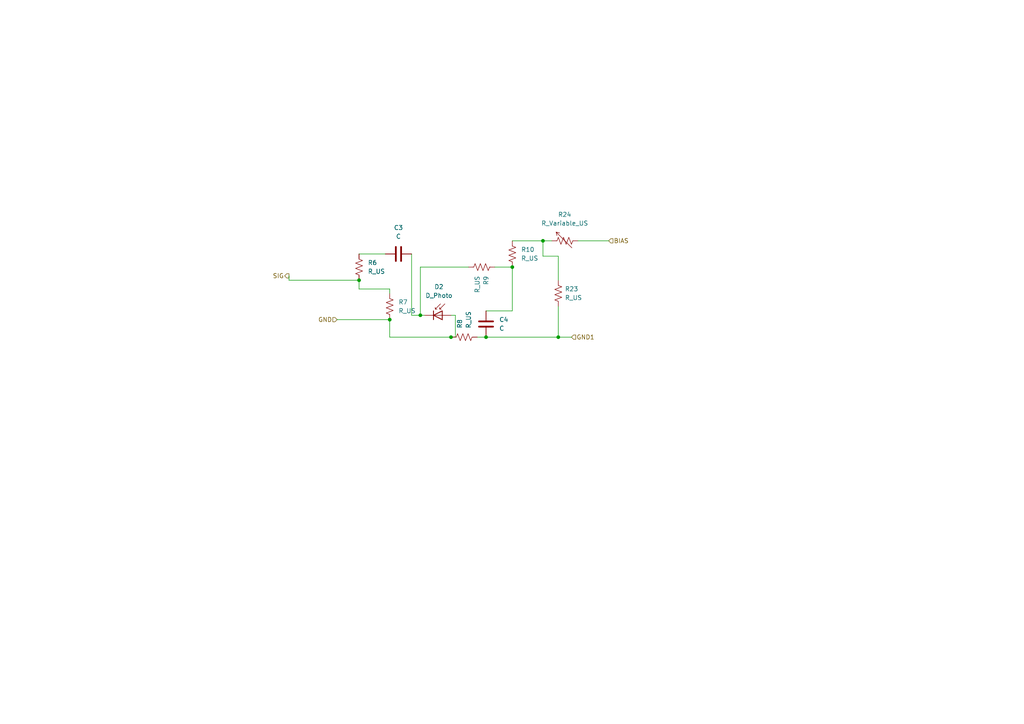
<source format=kicad_sch>
(kicad_sch (version 20211123) (generator eeschema)
  (paper "A4")
  (lib_symbols
    (symbol "Device:C" (pin_numbers hide) (pin_names (offset 0.254))
      (property "Reference" "C" (at 0.635 2.54 0))
      (property "Value" "C" (at 0.635 -2.54 0))
      (symbol "C_0_1"
        (polyline (pts (xy -2.032 -0.762) (xy 2.032 -0.762)) (stroke (width 0.508)))
        (polyline (pts (xy -2.032 0.762) (xy 2.032 0.762)) (stroke (width 0.508)))
      )
      (symbol "C_1_1"
        (pin passive line (at 0 3.81 270) (length 2.794) (name "~") (number "1"))
        (pin passive line (at 0 -3.81 90) (length 2.794) (name "~") (number "2"))
      )
    )
    (symbol "Device:D_Photo" (pin_numbers hide) (pin_names hide)
      (property "Reference" "D" (at 0.508 1.778 0))
      (property "Value" "D_Photo" (at -1.016 -2.794 0))
      (symbol "D_Photo_0_1"
        (polyline (pts (xy -2.54 1.27) (xy -2.54 -1.27)) (stroke (width 0.254)))
        (polyline (pts (xy -2.032 1.778) (xy -1.524 1.778)))
        (polyline (pts (xy 0 0) (xy -2.54 0)))
        (polyline (pts (xy -0.508 3.302) (xy -2.032 1.778) (xy -2.032 2.286)))
        (polyline (pts (xy 0 -1.27) (xy 0 1.27) (xy -2.54 0) (xy 0 -1.27)) (stroke (width 0.254)))
        (polyline (pts (xy 0.762 3.302) (xy -0.762 1.778) (xy -0.762 2.286) (xy -0.762 1.778) (xy -0.254 1.778)))
      )
      (symbol "D_Photo_1_1"
        (pin passive line (at -5.08 0 0) (length 2.54) (name "K") (number "1"))
        (pin passive line (at 2.54 0 180) (length 2.54) (name "A") (number "2"))
      )
    )
    (symbol "Device:R_US" (pin_numbers hide) (pin_names (offset 0))
      (property "Reference" "R" (at 2.54 0 90))
      (property "Value" "R_US" (at -2.54 0 90))
      (symbol "R_US_0_1"
        (polyline (pts (xy 0 -2.286) (xy 0 -2.54)))
        (polyline (pts (xy 0 2.286) (xy 0 2.54)))
        (polyline (pts (xy 0 -0.762) (xy 1.016 -1.143) (xy 0 -1.524) (xy -1.016 -1.905) (xy 0 -2.286)))
        (polyline (pts (xy 0 0.762) (xy 1.016 0.381) (xy 0 0) (xy -1.016 -0.381) (xy 0 -0.762)))
        (polyline (pts (xy 0 2.286) (xy 1.016 1.905) (xy 0 1.524) (xy -1.016 1.143) (xy 0 0.762)))
      )
      (symbol "R_US_1_1"
        (pin passive line (at 0 3.81 270) (length 1.27) (name "~") (number "1"))
        (pin passive line (at 0 -3.81 90) (length 1.27) (name "~") (number "2"))
      )
    )
    (symbol "Device:R_Variable_US" (pin_numbers hide) (pin_names (offset 0))
      (property "Reference" "R" (at 2.54 -2.54 90))
      (property "Value" "R_Variable_US" (at -2.54 -1.27 90))
      (symbol "R_Variable_US_0_1"
        (polyline (pts (xy 0 -2.286) (xy 0 -2.54)))
        (polyline (pts (xy 0 2.286) (xy 0 2.54)))
        (polyline (pts (xy 0 -0.762) (xy 1.016 -1.143) (xy 0 -1.524) (xy -1.016 -1.905) (xy 0 -2.286)))
        (polyline (pts (xy 0 0.762) (xy 1.016 0.381) (xy 0 0) (xy -1.016 -0.381) (xy 0 -0.762)))
        (polyline (pts (xy 0 2.286) (xy 1.016 1.905) (xy 0 1.524) (xy -1.016 1.143) (xy 0 0.762)) (stroke (width 0.1524)))
        (polyline (pts (xy 2.286 1.524) (xy 2.54 2.54) (xy 1.524 2.286) (xy 2.54 2.54) (xy -2.032 -2.032)) (stroke (width 0.1524)))
      )
      (symbol "R_Variable_US_1_1"
        (pin passive line (at 0 3.81 270) (length 1.27) (name "~") (number "1"))
        (pin passive line (at 0 -3.81 90) (length 1.27) (name "~") (number "2"))
      )
    )
  )
  (junction (at 161.925 97.79))
  (junction (at 148.59 77.47))
  (junction (at 113.03 92.71))
  (junction (at 121.92 91.44))
  (junction (at 104.14 81.28))
  (junction (at 130.81 97.79))
  (junction (at 157.48 69.85))
  (junction (at 140.97 97.79))
  (wire (pts (xy 113.03 83.82) (xy 104.14 83.82)))
  (wire (pts (xy 148.59 90.17) (xy 148.59 77.47)))
  (wire (pts (xy 157.48 74.295) (xy 157.48 69.85)))
  (wire (pts (xy 132.08 91.44) (xy 132.08 97.79)))
  (wire (pts (xy 167.64 69.85) (xy 176.53 69.85)))
  (wire (pts (xy 121.92 91.44) (xy 123.19 91.44)))
  (wire (pts (xy 140.97 97.79) (xy 161.925 97.79)))
  (wire (pts (xy 121.92 77.47) (xy 121.92 91.44)))
  (wire (pts (xy 157.48 69.85) (xy 160.02 69.85)))
  (wire (pts (xy 130.81 97.79) (xy 132.08 97.79)))
  (wire (pts (xy 130.81 91.44) (xy 132.08 91.44)))
  (wire (pts (xy 113.03 83.82) (xy 113.03 85.09)))
  (wire (pts (xy 161.925 81.28) (xy 161.925 74.295)))
  (wire (pts (xy 161.925 88.9) (xy 161.925 97.79)))
  (wire (pts (xy 161.925 74.295) (xy 157.48 74.295)))
  (wire (pts (xy 104.14 81.28) (xy 104.14 83.82)))
  (wire (pts (xy 148.59 69.85) (xy 157.48 69.85)))
  (wire (pts (xy 140.97 90.17) (xy 148.59 90.17)))
  (wire (pts (xy 97.79 92.71) (xy 113.03 92.71)))
  (wire (pts (xy 119.38 73.66) (xy 119.38 91.44)))
  (wire (pts (xy 143.51 77.47) (xy 148.59 77.47)))
  (wire (pts (xy 113.03 92.71) (xy 113.03 97.79)))
  (wire (pts (xy 161.925 97.79) (xy 165.735 97.79)))
  (wire (pts (xy 138.43 97.79) (xy 140.97 97.79)))
  (wire (pts (xy 104.14 81.28) (xy 83.82 81.28)))
  (wire (pts (xy 83.82 81.28) (xy 83.82 80.01)))
  (wire (pts (xy 104.14 73.66) (xy 111.76 73.66)))
  (wire (pts (xy 121.92 77.47) (xy 135.89 77.47)))
  (wire (pts (xy 119.38 91.44) (xy 121.92 91.44)))
  (wire (pts (xy 113.03 97.79) (xy 130.81 97.79)))
  (hierarchical_label "GND" (shape input) (at 97.79 92.71 180))
  (hierarchical_label "BIAS" (shape input) (at 176.53 69.85 0))
  (hierarchical_label "SIG" (shape output) (at 83.82 80.01 180))
  (hierarchical_label "GND1" (shape input) (at 165.735 97.79 0))
  (symbol (lib_id "Device:R_US") (at 139.7 77.47 270) (unit 1)
    (property "Reference" "R9" (at 140.9701 80.01 0) (effects (justify left)))
    (property "Value" "R_US" (at 138.4301 80.01 0) (effects (justify left)))
    (property "Footprint" "Resistor_SMD:R_0402_1005Metric" (effects hide))
  )
  (symbol (lib_id "Device:C") (at 115.57 73.66 90) (unit 1)
    (property "Reference" "C3" (at 115.57 66.04 90))
    (property "Value" "C" (at 115.57 68.58 90))
    (property "Footprint" "Capacitor_SMD:C_1812_4532Metric_Pad1.57x3.40mm_HandSolder" (effects hide))
  )
  (symbol (lib_id "Device:D_Photo") (at 128.27 91.44 0) (unit 1)
    (property "Reference" "D2" (at 127.3175 83.185 0))
    (property "Value" "D_Photo" (at 127.3175 85.725 0))
    (property "Footprint" "OptoDevice:S13370-6075CN" (effects hide))
  )
  (symbol (lib_id "Device:R_US") (at 104.14 77.47 0) (unit 1)
    (property "Reference" "R6" (at 106.68 76.1999 0) (effects (justify left)))
    (property "Value" "R_US" (at 106.68 78.7399 0) (effects (justify left)))
    (property "Footprint" "Resistor_SMD:R_0402_1005Metric" (effects hide))
  )
  (symbol (lib_id "Device:R_Variable_US") (at 163.83 69.85 90) (unit 1)
    (property "Reference" "R24" (at 163.7919 62.23 90))
    (property "Value" "R_Variable_US" (at 163.7919 64.77 90))
    (property "Footprint" "Potentiometer_SMD:Potentiometer_Bourns_3214G_Horizontal" (effects hide))
  )
  (symbol (lib_id "Device:R_US") (at 113.03 88.9 0) (unit 1)
    (property "Reference" "R7" (at 115.57 87.6299 0) (effects (justify left)))
    (property "Value" "R_US" (at 115.57 90.1699 0) (effects (justify left)))
    (property "Footprint" "Resistor_SMD:R_0402_1005Metric" (effects hide))
  )
  (symbol (lib_id "Device:R_US") (at 148.59 73.66 0) (unit 1)
    (property "Reference" "R10" (at 151.13 72.3899 0) (effects (justify left)))
    (property "Value" "R_US" (at 151.13 74.9299 0) (effects (justify left)))
    (property "Footprint" "Resistor_SMD:R_0402_1005Metric" (effects hide))
  )
  (symbol (lib_id "Device:R_US") (at 161.925 85.09 0) (unit 1)
    (property "Reference" "R23" (at 163.83 83.8199 0) (effects (justify left)))
    (property "Value" "R_US" (at 163.83 86.3599 0) (effects (justify left)))
    (property "Footprint" "Resistor_SMD:R_0402_1005Metric" (effects hide))
  )
  (symbol (lib_id "Device:C") (at 140.97 93.98 0) (unit 1)
    (property "Reference" "C4" (at 144.78 92.7099 0) (effects (justify left)))
    (property "Value" "C" (at 144.78 95.2499 0) (effects (justify left)))
    (property "Footprint" "Capacitor_SMD:C_1812_4532Metric_Pad1.57x3.40mm_HandSolder" (effects hide))
  )
  (symbol (lib_id "Device:R_US") (at 134.62 97.79 90) (unit 1)
    (property "Reference" "R8" (at 133.3499 95.25 0) (effects (justify left)))
    (property "Value" "R_US" (at 135.8899 95.25 0) (effects (justify left)))
    (property "Footprint" "Resistor_SMD:R_0402_1005Metric" (effects hide))
  )
)
</source>
